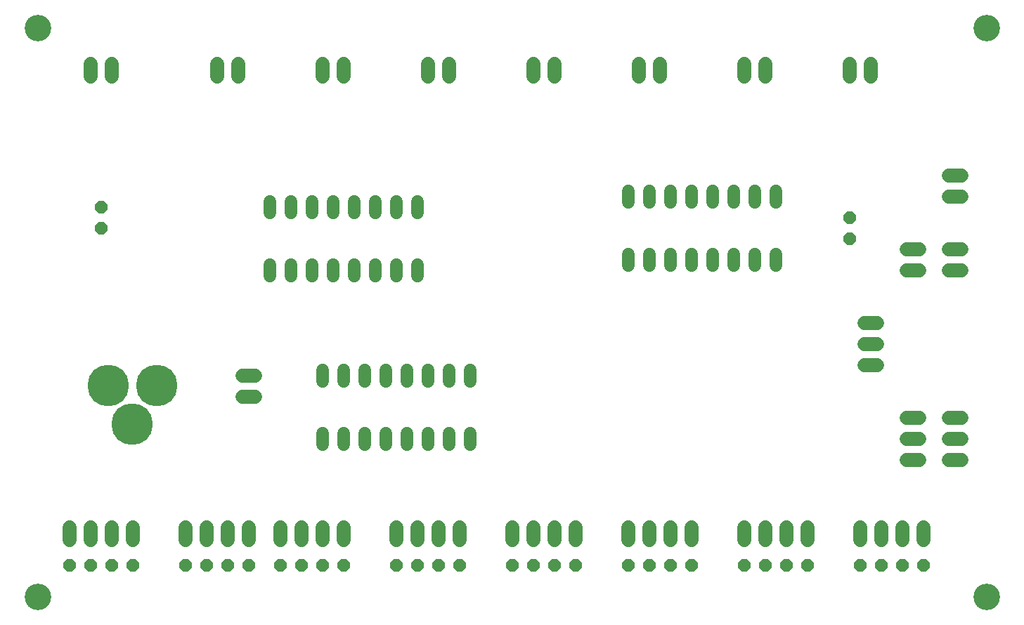
<source format=gbr>
G04 EAGLE Gerber RS-274X export*
G75*
%MOMM*%
%FSLAX34Y34*%
%LPD*%
%INSoldermask Bottom*%
%IPPOS*%
%AMOC8*
5,1,8,0,0,1.08239X$1,22.5*%
G01*
%ADD10C,3.203200*%
%ADD11C,1.727200*%
%ADD12P,1.649562X8X112.500000*%
%ADD13P,1.649562X8X292.500000*%
%ADD14C,1.524000*%
%ADD15P,1.649562X8X22.500000*%
%ADD16C,5.003200*%


D10*
X25400Y711200D03*
X1168400Y711200D03*
X1168400Y25400D03*
X25400Y25400D03*
D11*
X1122680Y419100D02*
X1137920Y419100D01*
X1137920Y444500D02*
X1122680Y444500D01*
X1122680Y241300D02*
X1137920Y241300D01*
X1137920Y215900D02*
X1122680Y215900D01*
X1122680Y190500D02*
X1137920Y190500D01*
X1087120Y241300D02*
X1071880Y241300D01*
X1071880Y215900D02*
X1087120Y215900D01*
X1087120Y190500D02*
X1071880Y190500D01*
D12*
X1003300Y457200D03*
X1003300Y482600D03*
D13*
X101600Y495300D03*
X101600Y469900D03*
D11*
X1021080Y355600D02*
X1036320Y355600D01*
X1036320Y330200D02*
X1021080Y330200D01*
X1021080Y304800D02*
X1036320Y304800D01*
X1071880Y419100D02*
X1087120Y419100D01*
X1087120Y444500D02*
X1071880Y444500D01*
D14*
X914400Y501396D02*
X914400Y514604D01*
X889000Y514604D02*
X889000Y501396D01*
X812800Y501396D02*
X812800Y514604D01*
X787400Y514604D02*
X787400Y501396D01*
X863600Y501396D02*
X863600Y514604D01*
X838200Y514604D02*
X838200Y501396D01*
X762000Y501396D02*
X762000Y514604D01*
X736600Y514604D02*
X736600Y501396D01*
X736600Y438404D02*
X736600Y425196D01*
X762000Y425196D02*
X762000Y438404D01*
X787400Y438404D02*
X787400Y425196D01*
X812800Y425196D02*
X812800Y438404D01*
X838200Y438404D02*
X838200Y425196D01*
X863600Y425196D02*
X863600Y438404D01*
X889000Y438404D02*
X889000Y425196D01*
X914400Y425196D02*
X914400Y438404D01*
X304800Y425704D02*
X304800Y412496D01*
X330200Y412496D02*
X330200Y425704D01*
X406400Y425704D02*
X406400Y412496D01*
X431800Y412496D02*
X431800Y425704D01*
X355600Y425704D02*
X355600Y412496D01*
X381000Y412496D02*
X381000Y425704D01*
X457200Y425704D02*
X457200Y412496D01*
X482600Y412496D02*
X482600Y425704D01*
X482600Y488696D02*
X482600Y501904D01*
X457200Y501904D02*
X457200Y488696D01*
X431800Y488696D02*
X431800Y501904D01*
X406400Y501904D02*
X406400Y488696D01*
X381000Y488696D02*
X381000Y501904D01*
X355600Y501904D02*
X355600Y488696D01*
X330200Y488696D02*
X330200Y501904D01*
X304800Y501904D02*
X304800Y488696D01*
D11*
X520700Y652780D02*
X520700Y668020D01*
X495300Y668020D02*
X495300Y652780D01*
X393700Y652780D02*
X393700Y668020D01*
X368300Y668020D02*
X368300Y652780D01*
X1028700Y652780D02*
X1028700Y668020D01*
X1003300Y668020D02*
X1003300Y652780D01*
X901700Y652780D02*
X901700Y668020D01*
X876300Y668020D02*
X876300Y652780D01*
X266700Y652780D02*
X266700Y668020D01*
X241300Y668020D02*
X241300Y652780D01*
X114300Y652780D02*
X114300Y668020D01*
X88900Y668020D02*
X88900Y652780D01*
X774700Y652780D02*
X774700Y668020D01*
X749300Y668020D02*
X749300Y652780D01*
X647700Y652780D02*
X647700Y668020D01*
X622300Y668020D02*
X622300Y652780D01*
D14*
X368300Y222504D02*
X368300Y209296D01*
X393700Y209296D02*
X393700Y222504D01*
X469900Y222504D02*
X469900Y209296D01*
X495300Y209296D02*
X495300Y222504D01*
X419100Y222504D02*
X419100Y209296D01*
X444500Y209296D02*
X444500Y222504D01*
X520700Y222504D02*
X520700Y209296D01*
X546100Y209296D02*
X546100Y222504D01*
X546100Y285496D02*
X546100Y298704D01*
X520700Y298704D02*
X520700Y285496D01*
X495300Y285496D02*
X495300Y298704D01*
X469900Y298704D02*
X469900Y285496D01*
X444500Y285496D02*
X444500Y298704D01*
X419100Y298704D02*
X419100Y285496D01*
X393700Y285496D02*
X393700Y298704D01*
X368300Y298704D02*
X368300Y285496D01*
D11*
X1016000Y109220D02*
X1016000Y93980D01*
X1041400Y93980D02*
X1041400Y109220D01*
X876300Y109220D02*
X876300Y93980D01*
X901700Y93980D02*
X901700Y109220D01*
X736600Y109220D02*
X736600Y93980D01*
X762000Y93980D02*
X762000Y109220D01*
X596900Y109220D02*
X596900Y93980D01*
X622300Y93980D02*
X622300Y109220D01*
X457200Y109220D02*
X457200Y93980D01*
X482600Y93980D02*
X482600Y109220D01*
X317500Y109220D02*
X317500Y93980D01*
X342900Y93980D02*
X342900Y109220D01*
X203200Y109220D02*
X203200Y93980D01*
X228600Y93980D02*
X228600Y109220D01*
X63500Y109220D02*
X63500Y93980D01*
X88900Y93980D02*
X88900Y109220D01*
X1092200Y109220D02*
X1092200Y93980D01*
X1066800Y93980D02*
X1066800Y109220D01*
X952500Y109220D02*
X952500Y93980D01*
X927100Y93980D02*
X927100Y109220D01*
X812800Y109220D02*
X812800Y93980D01*
X787400Y93980D02*
X787400Y109220D01*
X673100Y109220D02*
X673100Y93980D01*
X647700Y93980D02*
X647700Y109220D01*
X533400Y109220D02*
X533400Y93980D01*
X508000Y93980D02*
X508000Y109220D01*
X393700Y109220D02*
X393700Y93980D01*
X368300Y93980D02*
X368300Y109220D01*
X279400Y109220D02*
X279400Y93980D01*
X254000Y93980D02*
X254000Y109220D01*
X139700Y109220D02*
X139700Y93980D01*
X114300Y93980D02*
X114300Y109220D01*
D15*
X1016000Y63500D03*
X1041400Y63500D03*
X508000Y63500D03*
X533400Y63500D03*
X317500Y63500D03*
X342900Y63500D03*
X368300Y63500D03*
X393700Y63500D03*
X203200Y63500D03*
X228600Y63500D03*
X254000Y63500D03*
X279400Y63500D03*
X63500Y63500D03*
X88900Y63500D03*
X114300Y63500D03*
X139700Y63500D03*
X1066800Y63500D03*
X1092200Y63500D03*
X876300Y63500D03*
X901700Y63500D03*
X927100Y63500D03*
X952500Y63500D03*
X736600Y63500D03*
X762000Y63500D03*
X787400Y63500D03*
X812800Y63500D03*
X596900Y63500D03*
X622300Y63500D03*
X647700Y63500D03*
X673100Y63500D03*
X457200Y63500D03*
X482600Y63500D03*
D11*
X1122680Y508000D02*
X1137920Y508000D01*
X1137920Y533400D02*
X1122680Y533400D01*
D16*
X139100Y233400D03*
X169100Y280400D03*
X110100Y280400D03*
D11*
X271780Y266700D02*
X287020Y266700D01*
X287020Y292100D02*
X271780Y292100D01*
M02*

</source>
